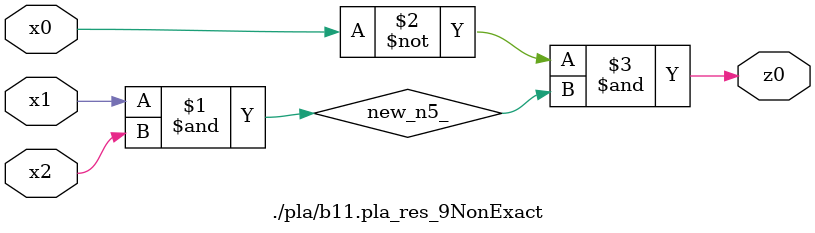
<source format=v>

module \./pla/b11.pla_res_9NonExact  ( 
    x0, x1, x2,
    z0  );
  input  x0, x1, x2;
  output z0;
  wire new_n5_;
  assign new_n5_ = x1 & x2;
  assign z0 = ~x0 & new_n5_;
endmodule



</source>
